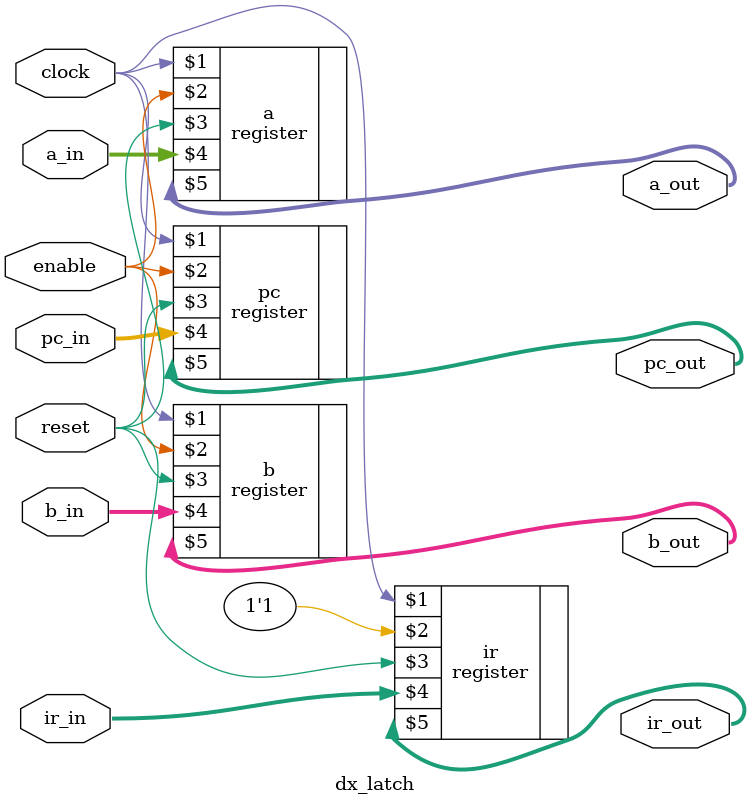
<source format=v>
module dx_latch(pc_out, a_out, b_out, ir_out, clock, enable, reset, pc_in, a_in, b_in, ir_in);
    // Inputs
    input[31:0] pc_in, a_in, b_in, ir_in;
    input clock, enable, reset;

    // Outputs
    output[31:0] pc_out, a_out, b_out, ir_out;

    // Registers for each value needed to store
    register pc(clock, enable, reset, pc_in, pc_out);
    register a(clock, enable, reset, a_in, a_out);
    register b(clock, enable, reset, b_in, b_out);
    register ir(clock, 1'b1, reset, ir_in, ir_out);

endmodule
</source>
